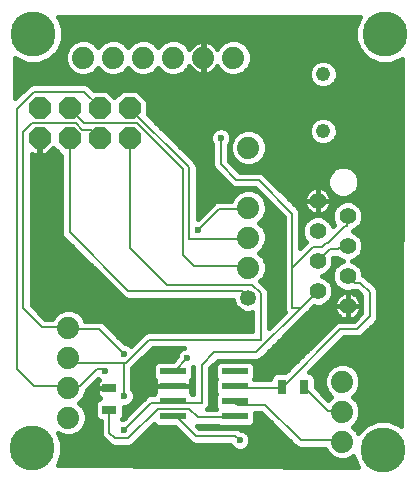
<source format=gbl>
G75*
G70*
%OFA0B0*%
%FSLAX24Y24*%
%IPPOS*%
%LPD*%
%AMOC8*
5,1,8,0,0,1.08239X$1,22.5*
%
%ADD10R,0.0870X0.0240*%
%ADD11C,0.0480*%
%ADD12R,0.0472X0.0315*%
%ADD13R,0.0315X0.0472*%
%ADD14C,0.0740*%
%ADD15C,0.0531*%
%ADD16OC8,0.0740*%
%ADD17C,0.0560*%
%ADD18C,0.0079*%
%ADD19C,0.0236*%
%ADD20C,0.0160*%
%ADD21C,0.0315*%
%ADD22C,0.1502*%
D10*
X009680Y006865D03*
X009680Y007365D03*
X009680Y007865D03*
X009680Y008365D03*
X011740Y008365D03*
X011740Y007865D03*
X011740Y007365D03*
X011740Y006865D03*
D11*
X014690Y016375D03*
X014690Y018275D03*
D12*
X007560Y007799D03*
X007560Y007091D03*
D13*
X013325Y007855D03*
X014034Y007855D03*
D14*
X015320Y008025D03*
X015320Y007025D03*
X015320Y006025D03*
X012190Y011825D03*
X012190Y012825D03*
X012190Y013825D03*
X012190Y015825D03*
X011690Y018825D03*
X010690Y018825D03*
X009690Y018825D03*
X008690Y018825D03*
X007690Y018825D03*
X006690Y018825D03*
X006190Y009825D03*
X006190Y008825D03*
X006190Y007825D03*
X006190Y006825D03*
D15*
X012190Y010825D03*
D16*
X008230Y016135D03*
X008230Y017135D03*
X007230Y017135D03*
X007230Y016135D03*
X006230Y016135D03*
X006230Y017135D03*
X005230Y017135D03*
X005230Y016135D03*
D17*
X014500Y014045D03*
X014500Y013045D03*
X014500Y012045D03*
X014500Y011045D03*
X015500Y010545D03*
X015500Y011545D03*
X015500Y012545D03*
X015500Y013545D03*
D18*
X015470Y013485D01*
X015470Y013205D01*
X015400Y013205D01*
X014840Y012645D01*
X014770Y012645D01*
X014630Y012505D01*
X014350Y012505D01*
X013720Y011875D01*
X013650Y011875D01*
X013650Y013625D01*
X012530Y014745D01*
X011789Y014745D01*
X011270Y015264D01*
X011270Y016145D01*
X010220Y015165D02*
X010220Y012785D01*
X012180Y012785D01*
X012190Y012825D01*
X012180Y013765D02*
X012190Y013825D01*
X012180Y013765D02*
X011200Y013765D01*
X010500Y013065D01*
X010010Y012247D02*
X010010Y015095D01*
X008470Y016635D01*
X006720Y016635D01*
X006230Y017125D01*
X006230Y017135D01*
X006440Y016635D02*
X004970Y016635D01*
X004690Y016355D01*
X004690Y010464D01*
X005309Y009845D01*
X006160Y009845D01*
X006190Y009825D01*
X006230Y009775D01*
X007210Y009775D01*
X008050Y008935D01*
X008050Y008655D02*
X008120Y008655D01*
X008890Y009425D01*
X012600Y009425D01*
X012600Y010965D01*
X012320Y011245D01*
X009483Y011245D01*
X008260Y012469D01*
X008260Y016075D01*
X008230Y016135D01*
X008260Y017125D02*
X008230Y017135D01*
X008260Y017125D02*
X010220Y015165D01*
X010010Y012247D02*
X010381Y011875D01*
X012180Y011875D01*
X012190Y011825D01*
X011970Y011035D02*
X008190Y011035D01*
X006230Y012995D01*
X006230Y016135D01*
X006650Y016425D02*
X006440Y016635D01*
X006650Y016425D02*
X006930Y016425D01*
X007210Y016145D01*
X007230Y016135D01*
X007230Y017135D02*
X007210Y017195D01*
X006720Y017685D01*
X005040Y017685D01*
X004480Y017125D01*
X004480Y008459D01*
X005054Y007885D01*
X006160Y007885D01*
X006190Y007825D01*
X006230Y007885D01*
X006580Y007885D01*
X007140Y008445D01*
X007350Y008445D01*
X007420Y008375D01*
X008050Y008655D02*
X008050Y007535D01*
X007560Y007091D02*
X007560Y006324D01*
X007748Y006135D01*
X008190Y006135D01*
X009170Y007115D01*
X010220Y007115D01*
X010500Y006835D01*
X011690Y006835D01*
X011740Y006865D01*
X011830Y007255D02*
X011760Y007325D01*
X011740Y007365D01*
X011830Y007255D02*
X012740Y007255D01*
X013930Y006065D01*
X015260Y006065D01*
X015320Y006025D01*
X015320Y007025D02*
X015260Y007045D01*
X014840Y007045D01*
X014070Y007815D01*
X014034Y007855D01*
X013370Y007885D02*
X013325Y007855D01*
X013300Y007815D01*
X011760Y007815D01*
X011740Y007865D01*
X010640Y008585D02*
X011060Y009005D01*
X012460Y009005D01*
X013930Y010475D01*
X013650Y010475D01*
X013650Y011805D01*
X013720Y011875D01*
X014500Y012045D02*
X014560Y012085D01*
X014910Y012435D01*
X015190Y012435D01*
X015260Y012505D01*
X015470Y012505D01*
X015500Y012545D01*
X015500Y011545D02*
X015540Y011525D01*
X015750Y011315D01*
X015927Y011315D01*
X016240Y011003D01*
X016240Y010195D01*
X015820Y009775D01*
X015260Y009775D01*
X013370Y007885D01*
X011760Y006205D02*
X011900Y006065D01*
X011760Y006205D02*
X010430Y006205D01*
X009800Y006835D01*
X009730Y006835D01*
X009680Y006865D01*
X009660Y007325D02*
X009680Y007365D01*
X009730Y007325D01*
X010640Y007325D01*
X010640Y008585D01*
X010150Y008795D02*
X009730Y008375D01*
X009680Y008365D01*
X009730Y007885D02*
X009730Y007865D01*
X009730Y007885D02*
X009680Y007865D01*
X009660Y007325D02*
X008960Y007325D01*
X008050Y006415D01*
X008050Y008655D02*
X006370Y008655D01*
X006230Y008795D01*
X006190Y008825D01*
X011970Y011035D02*
X012180Y010825D01*
X012190Y010825D01*
X013930Y010475D02*
X014500Y011045D01*
X008811Y018215D02*
X008820Y018245D01*
D19*
X011270Y016145D03*
X010500Y013065D03*
X008050Y008935D03*
X007420Y008375D03*
X008050Y007535D03*
X008050Y006415D03*
X010150Y008795D03*
X011900Y006065D03*
D20*
X011988Y005714D02*
X014788Y005714D01*
X014802Y005679D02*
X014974Y005508D01*
X015198Y005415D01*
X015441Y005415D01*
X015665Y005508D01*
X015693Y005536D01*
X015839Y005185D01*
X005836Y005246D01*
X005986Y005608D01*
X005986Y006002D01*
X005862Y006300D01*
X006068Y006215D01*
X006311Y006215D01*
X006535Y006308D01*
X006707Y006479D01*
X006799Y006704D01*
X006799Y006946D01*
X006707Y007171D01*
X006552Y007325D01*
X006707Y007479D01*
X006799Y007704D01*
X006799Y007710D01*
X006816Y007727D01*
X007189Y008099D01*
X007200Y008088D01*
X007179Y008067D01*
X007156Y008026D01*
X007143Y007981D01*
X007143Y007799D01*
X007143Y007618D01*
X007156Y007572D01*
X007179Y007531D01*
X007213Y007498D01*
X007249Y007477D01*
X007187Y007452D01*
X007120Y007384D01*
X007083Y007296D01*
X007083Y006885D01*
X007120Y006797D01*
X007187Y006730D01*
X007276Y006693D01*
X007280Y006693D01*
X007280Y006268D01*
X007323Y006165D01*
X007401Y006087D01*
X007590Y005898D01*
X007693Y005856D01*
X008245Y005856D01*
X008348Y005898D01*
X009050Y006600D01*
X009109Y006542D01*
X009197Y006505D01*
X009734Y006505D01*
X010271Y005968D01*
X010374Y005926D01*
X011570Y005926D01*
X011596Y005862D01*
X011697Y005761D01*
X011828Y005707D01*
X011971Y005707D01*
X012102Y005761D01*
X012203Y005862D01*
X012258Y005994D01*
X012258Y006136D01*
X012203Y006268D01*
X012102Y006369D01*
X011971Y006423D01*
X011936Y006423D01*
X011918Y006442D01*
X011815Y006484D01*
X010545Y006484D01*
X010474Y006556D01*
X011154Y006556D01*
X011169Y006542D01*
X011257Y006505D01*
X012222Y006505D01*
X012310Y006542D01*
X012378Y006609D01*
X012414Y006697D01*
X012414Y006976D01*
X012624Y006976D01*
X013693Y005907D01*
X013771Y005828D01*
X013874Y005786D01*
X014758Y005786D01*
X014802Y005679D01*
X014926Y005556D02*
X005964Y005556D01*
X005986Y005714D02*
X011811Y005714D01*
X011592Y005873D02*
X008286Y005873D01*
X008481Y006031D02*
X010208Y006031D01*
X010050Y006190D02*
X008639Y006190D01*
X008798Y006348D02*
X009891Y006348D01*
X010523Y006507D02*
X011253Y006507D01*
X011098Y007114D02*
X010824Y007114D01*
X010876Y007167D01*
X010919Y007269D01*
X010919Y008469D01*
X011175Y008726D01*
X012515Y008726D01*
X012618Y008768D01*
X012696Y008847D01*
X014088Y010238D01*
X014166Y010317D01*
X014381Y010531D01*
X014396Y010525D01*
X014603Y010525D01*
X014794Y010604D01*
X014940Y010750D01*
X015019Y010942D01*
X015019Y011148D01*
X014940Y011340D01*
X014794Y011486D01*
X014651Y011545D01*
X014794Y011604D01*
X014940Y011750D01*
X015019Y011942D01*
X015019Y012148D01*
X015019Y012149D01*
X015025Y012156D01*
X015153Y012156D01*
X015205Y012104D01*
X015348Y012045D01*
X015205Y011986D01*
X015059Y011840D01*
X014980Y011648D01*
X014980Y011442D01*
X015059Y011250D01*
X015205Y011104D01*
X015396Y011025D01*
X015603Y011025D01*
X015661Y011049D01*
X015694Y011036D01*
X015812Y011036D01*
X015960Y010887D01*
X015960Y010311D01*
X015704Y010054D01*
X015204Y010054D01*
X015101Y010012D01*
X013421Y008331D01*
X013120Y008331D01*
X013032Y008295D01*
X012964Y008227D01*
X012928Y008139D01*
X012928Y008094D01*
X012389Y008094D01*
X012380Y008115D01*
X012414Y008197D01*
X012414Y008533D01*
X012378Y008621D01*
X012310Y008688D01*
X012222Y008725D01*
X011257Y008725D01*
X011169Y008688D01*
X011101Y008621D01*
X011065Y008533D01*
X011065Y008197D01*
X011099Y008115D01*
X011065Y008033D01*
X011065Y007697D01*
X011099Y007615D01*
X011065Y007533D01*
X011065Y007197D01*
X011099Y007115D01*
X011098Y007114D01*
X011088Y007141D02*
X010850Y007141D01*
X010919Y007299D02*
X011065Y007299D01*
X011065Y007458D02*
X010919Y007458D01*
X010919Y007616D02*
X011098Y007616D01*
X011065Y007775D02*
X010919Y007775D01*
X010919Y007933D02*
X011065Y007933D01*
X011089Y008092D02*
X010919Y008092D01*
X010919Y008250D02*
X011065Y008250D01*
X011065Y008409D02*
X010919Y008409D01*
X011017Y008567D02*
X011079Y008567D01*
X011175Y008726D02*
X013815Y008726D01*
X013973Y008884D02*
X012734Y008884D01*
X012892Y009043D02*
X014132Y009043D01*
X014290Y009201D02*
X013051Y009201D01*
X013209Y009360D02*
X014449Y009360D01*
X014607Y009518D02*
X013368Y009518D01*
X013526Y009677D02*
X014766Y009677D01*
X014924Y009835D02*
X013685Y009835D01*
X013843Y009994D02*
X015083Y009994D01*
X015200Y010194D02*
X015149Y010245D01*
X015106Y010304D01*
X015073Y010368D01*
X015051Y010437D01*
X015040Y010509D01*
X015040Y010545D01*
X015499Y010545D01*
X015499Y010545D01*
X015039Y010545D01*
X015040Y010581D01*
X015051Y010653D01*
X015073Y010722D01*
X015106Y010786D01*
X014955Y010786D01*
X015106Y010786D02*
X015149Y010845D01*
X015200Y010896D01*
X015258Y010938D01*
X015323Y010971D01*
X015392Y010994D01*
X015463Y011005D01*
X015499Y011005D01*
X015499Y010545D01*
X015500Y010545D01*
X015959Y010545D01*
X015959Y010581D01*
X015948Y010653D01*
X015926Y010722D01*
X015893Y010786D01*
X015960Y010786D01*
X015893Y010786D02*
X015850Y010845D01*
X015799Y010896D01*
X015741Y010938D01*
X015676Y010971D01*
X015607Y010994D01*
X015536Y011005D01*
X015500Y011005D01*
X015500Y010545D01*
X015500Y010545D01*
X015959Y010545D01*
X015959Y010509D01*
X015948Y010437D01*
X015926Y010368D01*
X015893Y010304D01*
X015850Y010245D01*
X015799Y010194D01*
X015741Y010152D01*
X015801Y010152D01*
X015741Y010152D02*
X015676Y010119D01*
X015607Y010096D01*
X015536Y010085D01*
X015500Y010085D01*
X015500Y010545D01*
X015499Y010545D01*
X015499Y010085D01*
X015463Y010085D01*
X015392Y010096D01*
X015323Y010119D01*
X015258Y010152D01*
X014002Y010152D01*
X014088Y010238D02*
X014088Y010238D01*
X014160Y010311D02*
X015103Y010311D01*
X015200Y010194D02*
X015258Y010152D01*
X015499Y010152D02*
X015500Y010152D01*
X015499Y010311D02*
X015500Y010311D01*
X015499Y010469D02*
X015500Y010469D01*
X015499Y010628D02*
X015500Y010628D01*
X015499Y010786D02*
X015500Y010786D01*
X015499Y010945D02*
X015500Y010945D01*
X015270Y010945D02*
X015019Y010945D01*
X015019Y011103D02*
X015208Y011103D01*
X015054Y011262D02*
X014973Y011262D01*
X014988Y011420D02*
X014860Y011420D01*
X014980Y011579D02*
X014732Y011579D01*
X014927Y011737D02*
X015016Y011737D01*
X015000Y011896D02*
X015115Y011896D01*
X015019Y012054D02*
X015326Y012054D01*
X015651Y012045D02*
X015794Y012104D01*
X015940Y012250D01*
X016019Y012442D01*
X016019Y012648D01*
X015940Y012840D01*
X015794Y012986D01*
X015689Y013029D01*
X015706Y013047D01*
X015717Y013072D01*
X015794Y013104D01*
X015940Y013250D01*
X016019Y013442D01*
X016019Y013648D01*
X015940Y013840D01*
X015794Y013986D01*
X015603Y014065D01*
X015396Y014065D01*
X015205Y013986D01*
X015059Y013840D01*
X014980Y013648D01*
X014980Y013442D01*
X015056Y013257D01*
X014999Y013199D01*
X014940Y013340D01*
X014794Y013486D01*
X014603Y013565D01*
X014396Y013565D01*
X014205Y013486D01*
X014059Y013340D01*
X013980Y013148D01*
X013980Y012942D01*
X014059Y012750D01*
X014129Y012680D01*
X013929Y012479D01*
X013929Y013681D01*
X013886Y013783D01*
X013808Y013862D01*
X012688Y014982D01*
X012585Y015024D01*
X011904Y015024D01*
X011549Y015380D01*
X011549Y015918D01*
X011573Y015942D01*
X011628Y016074D01*
X011628Y016216D01*
X011573Y016348D01*
X011472Y016449D01*
X011341Y016503D01*
X011198Y016503D01*
X011067Y016449D01*
X010966Y016348D01*
X010911Y016216D01*
X010911Y016074D01*
X010966Y015942D01*
X010990Y015918D01*
X010990Y015209D01*
X011033Y015106D01*
X011111Y015027D01*
X011630Y014508D01*
X011733Y014466D01*
X012414Y014466D01*
X013370Y013509D01*
X013370Y010419D01*
X013402Y010343D01*
X012879Y009819D01*
X012879Y011021D01*
X012836Y011123D01*
X012758Y011202D01*
X012593Y011366D01*
X012707Y011479D01*
X012799Y011704D01*
X012799Y011946D01*
X012707Y012171D01*
X012552Y012325D01*
X012707Y012479D01*
X012799Y012704D01*
X012799Y012946D01*
X012707Y013171D01*
X012552Y013325D01*
X012707Y013479D01*
X012799Y013704D01*
X012799Y013946D01*
X012707Y014171D01*
X012535Y014342D01*
X012311Y014435D01*
X012068Y014435D01*
X011844Y014342D01*
X011672Y014171D01*
X011620Y014044D01*
X011144Y014044D01*
X011041Y014002D01*
X010963Y013923D01*
X010499Y013459D01*
X010499Y015221D01*
X010456Y015323D01*
X010378Y015402D01*
X008839Y016940D01*
X008839Y017388D01*
X008482Y017745D01*
X007977Y017745D01*
X007729Y017498D01*
X007482Y017745D01*
X007055Y017745D01*
X006956Y017843D01*
X006878Y017922D01*
X006775Y017964D01*
X004984Y017964D01*
X004881Y017922D01*
X004426Y017467D01*
X004428Y018810D01*
X004463Y018775D01*
X004827Y018624D01*
X005222Y018624D01*
X005586Y018775D01*
X005865Y019054D01*
X006016Y019418D01*
X006016Y019812D01*
X005865Y020176D01*
X005853Y020189D01*
X015910Y020182D01*
X015904Y020176D01*
X015753Y019812D01*
X015753Y019418D01*
X015904Y019054D01*
X016183Y018775D01*
X016547Y018624D01*
X016942Y018624D01*
X017306Y018775D01*
X017314Y018783D01*
X017275Y006551D01*
X017241Y006585D01*
X016877Y006736D01*
X016482Y006736D01*
X016118Y006585D01*
X015856Y006323D01*
X015837Y006371D01*
X015682Y006525D01*
X015837Y006679D01*
X015929Y006904D01*
X015929Y007146D01*
X015837Y007371D01*
X015682Y007525D01*
X015837Y007679D01*
X015929Y007904D01*
X015929Y008146D01*
X015837Y008371D01*
X015665Y008542D01*
X015441Y008635D01*
X015198Y008635D01*
X014974Y008542D01*
X014802Y008371D01*
X014710Y008146D01*
X014710Y007904D01*
X014802Y007679D01*
X014957Y007525D01*
X014856Y007424D01*
X014431Y007848D01*
X014431Y008139D01*
X014395Y008227D01*
X014327Y008295D01*
X014239Y008331D01*
X014211Y008331D01*
X015375Y009496D01*
X015875Y009496D01*
X015978Y009538D01*
X016398Y009958D01*
X016476Y010037D01*
X016519Y010139D01*
X016519Y011058D01*
X016476Y011161D01*
X016398Y011240D01*
X016086Y011552D01*
X016019Y011579D01*
X016019Y011648D01*
X015940Y011840D01*
X015794Y011986D01*
X015651Y012045D01*
X015673Y012054D02*
X017293Y012054D01*
X017292Y011896D02*
X015884Y011896D01*
X015983Y011737D02*
X017292Y011737D01*
X017291Y011579D02*
X016021Y011579D01*
X016217Y011420D02*
X017291Y011420D01*
X017290Y011262D02*
X016376Y011262D01*
X016500Y011103D02*
X017289Y011103D01*
X017289Y010945D02*
X016519Y010945D01*
X016519Y010786D02*
X017288Y010786D01*
X017288Y010628D02*
X016519Y010628D01*
X016519Y010469D02*
X017287Y010469D01*
X017287Y010311D02*
X016519Y010311D01*
X016519Y010152D02*
X017286Y010152D01*
X017286Y009994D02*
X016433Y009994D01*
X016398Y009958D02*
X016398Y009958D01*
X016275Y009835D02*
X017285Y009835D01*
X017285Y009677D02*
X016116Y009677D01*
X015929Y009518D02*
X017284Y009518D01*
X017284Y009360D02*
X015239Y009360D01*
X015081Y009201D02*
X017283Y009201D01*
X017283Y009043D02*
X014922Y009043D01*
X014764Y008884D02*
X017282Y008884D01*
X017282Y008726D02*
X014605Y008726D01*
X014447Y008567D02*
X015034Y008567D01*
X014840Y008409D02*
X014288Y008409D01*
X014372Y008250D02*
X014752Y008250D01*
X014710Y008092D02*
X014431Y008092D01*
X014431Y007933D02*
X014710Y007933D01*
X014763Y007775D02*
X014505Y007775D01*
X014664Y007616D02*
X014866Y007616D01*
X014889Y007458D02*
X014822Y007458D01*
X015701Y006507D02*
X016039Y006507D01*
X015881Y006348D02*
X015846Y006348D01*
X015822Y006665D02*
X016311Y006665D01*
X015929Y006982D02*
X017276Y006982D01*
X017276Y006824D02*
X015896Y006824D01*
X015929Y007141D02*
X017277Y007141D01*
X017277Y007299D02*
X015866Y007299D01*
X015750Y007458D02*
X017278Y007458D01*
X017278Y007616D02*
X015773Y007616D01*
X015876Y007775D02*
X017279Y007775D01*
X017279Y007933D02*
X015929Y007933D01*
X015929Y008092D02*
X017280Y008092D01*
X017280Y008250D02*
X015887Y008250D01*
X015799Y008409D02*
X017281Y008409D01*
X017281Y008567D02*
X015605Y008567D01*
X015896Y010311D02*
X015960Y010311D01*
X015953Y010469D02*
X015960Y010469D01*
X015952Y010628D02*
X015960Y010628D01*
X015903Y010945D02*
X015729Y010945D01*
X015047Y010628D02*
X014817Y010628D01*
X015046Y010469D02*
X014319Y010469D01*
X014166Y010317D02*
X014166Y010317D01*
X013370Y010311D02*
X012879Y010311D01*
X012879Y010469D02*
X013370Y010469D01*
X013370Y010628D02*
X012879Y010628D01*
X012879Y010786D02*
X013370Y010786D01*
X013370Y010945D02*
X012879Y010945D01*
X012845Y011103D02*
X013370Y011103D01*
X013370Y011262D02*
X012698Y011262D01*
X012647Y011420D02*
X013370Y011420D01*
X013370Y011579D02*
X012748Y011579D01*
X012799Y011737D02*
X013370Y011737D01*
X013370Y011896D02*
X012799Y011896D01*
X012755Y012054D02*
X013370Y012054D01*
X013370Y012213D02*
X012665Y012213D01*
X012598Y012371D02*
X013370Y012371D01*
X013370Y012530D02*
X012727Y012530D01*
X012793Y012688D02*
X013370Y012688D01*
X013370Y012847D02*
X012799Y012847D01*
X012775Y013005D02*
X013370Y013005D01*
X013370Y013164D02*
X012710Y013164D01*
X012555Y013322D02*
X013370Y013322D01*
X013370Y013481D02*
X012707Y013481D01*
X012773Y013639D02*
X013240Y013639D01*
X013082Y013798D02*
X012799Y013798D01*
X012795Y013956D02*
X012923Y013956D01*
X012765Y014115D02*
X012730Y014115D01*
X012606Y014273D02*
X012604Y014273D01*
X012448Y014432D02*
X012319Y014432D01*
X012060Y014432D02*
X010499Y014432D01*
X010499Y014590D02*
X011549Y014590D01*
X011390Y014749D02*
X010499Y014749D01*
X010499Y014907D02*
X011232Y014907D01*
X011073Y015066D02*
X010499Y015066D01*
X010497Y015224D02*
X010990Y015224D01*
X010990Y015383D02*
X010397Y015383D01*
X010239Y015541D02*
X010990Y015541D01*
X010990Y015700D02*
X010080Y015700D01*
X009922Y015858D02*
X010990Y015858D01*
X010935Y016017D02*
X009763Y016017D01*
X009605Y016175D02*
X010911Y016175D01*
X010960Y016334D02*
X009446Y016334D01*
X009288Y016492D02*
X011172Y016492D01*
X011367Y016492D02*
X014218Y016492D01*
X014210Y016470D02*
X014210Y016280D01*
X014283Y016103D01*
X014418Y015968D01*
X014594Y015895D01*
X014785Y015895D01*
X014961Y015968D01*
X015096Y016103D01*
X015169Y016280D01*
X015169Y016470D01*
X015096Y016647D01*
X014961Y016782D01*
X014785Y016855D01*
X014594Y016855D01*
X014418Y016782D01*
X014283Y016647D01*
X014210Y016470D01*
X014210Y016334D02*
X012544Y016334D01*
X012535Y016342D02*
X012311Y016435D01*
X012068Y016435D01*
X011844Y016342D01*
X011672Y016171D01*
X011580Y015946D01*
X011580Y015704D01*
X011672Y015479D01*
X011844Y015308D01*
X012068Y015215D01*
X012311Y015215D01*
X012535Y015308D01*
X012707Y015479D01*
X012799Y015704D01*
X012799Y015946D01*
X012707Y016171D01*
X012535Y016342D01*
X012702Y016175D02*
X014253Y016175D01*
X014369Y016017D02*
X012770Y016017D01*
X012799Y015858D02*
X017305Y015858D01*
X017304Y015700D02*
X012798Y015700D01*
X012732Y015541D02*
X017304Y015541D01*
X017303Y015383D02*
X012610Y015383D01*
X012333Y015224D02*
X017303Y015224D01*
X017302Y015066D02*
X015730Y015066D01*
X015659Y015137D02*
X015810Y014986D01*
X015891Y014789D01*
X015891Y014576D01*
X015810Y014380D01*
X015659Y014229D01*
X015462Y014148D01*
X015249Y014148D01*
X015053Y014229D01*
X014902Y014380D01*
X014821Y014576D01*
X014821Y014789D01*
X014902Y014986D01*
X015053Y015137D01*
X015249Y015218D01*
X015462Y015218D01*
X015659Y015137D01*
X015842Y014907D02*
X017302Y014907D01*
X017301Y014749D02*
X015891Y014749D01*
X015891Y014590D02*
X017301Y014590D01*
X017300Y014432D02*
X015831Y014432D01*
X015703Y014273D02*
X017300Y014273D01*
X017299Y014115D02*
X014954Y014115D01*
X014959Y014081D02*
X014948Y014153D01*
X014926Y014222D01*
X014893Y014286D01*
X014850Y014345D01*
X014799Y014396D01*
X014741Y014438D01*
X014676Y014471D01*
X014607Y014494D01*
X014536Y014505D01*
X014500Y014505D01*
X014500Y014045D01*
X014959Y014045D01*
X014959Y014081D01*
X014959Y014045D02*
X014500Y014045D01*
X014500Y014045D01*
X014499Y014045D01*
X014040Y014045D01*
X014040Y014009D01*
X014051Y013937D01*
X014073Y013868D01*
X014106Y013804D01*
X014149Y013745D01*
X014200Y013694D01*
X014258Y013652D01*
X014323Y013619D01*
X014392Y013596D01*
X014463Y013585D01*
X014499Y013585D01*
X014499Y014045D01*
X014499Y014045D01*
X014039Y014045D01*
X014040Y014081D01*
X014051Y014153D01*
X014073Y014222D01*
X014106Y014286D01*
X014149Y014345D01*
X014200Y014396D01*
X014258Y014438D01*
X014323Y014471D01*
X014392Y014494D01*
X014463Y014505D01*
X014499Y014505D01*
X014499Y014045D01*
X014500Y014045D01*
X014500Y013585D01*
X014536Y013585D01*
X014607Y013596D01*
X014676Y013619D01*
X014741Y013652D01*
X014799Y013694D01*
X014850Y013745D01*
X014893Y013804D01*
X014926Y013868D01*
X014948Y013937D01*
X014959Y014009D01*
X014959Y014045D01*
X014951Y013956D02*
X015175Y013956D01*
X015041Y013798D02*
X014888Y013798D01*
X014980Y013639D02*
X014716Y013639D01*
X014799Y013481D02*
X014980Y013481D01*
X014948Y013322D02*
X015029Y013322D01*
X014500Y013639D02*
X014499Y013639D01*
X014499Y013798D02*
X014500Y013798D01*
X014499Y013956D02*
X014500Y013956D01*
X014499Y014115D02*
X014500Y014115D01*
X014499Y014273D02*
X014500Y014273D01*
X014499Y014432D02*
X014500Y014432D01*
X014750Y014432D02*
X014881Y014432D01*
X014900Y014273D02*
X015009Y014273D01*
X014821Y014590D02*
X013080Y014590D01*
X013238Y014432D02*
X014249Y014432D01*
X014099Y014273D02*
X013397Y014273D01*
X013555Y014115D02*
X014045Y014115D01*
X014048Y013956D02*
X013714Y013956D01*
X013872Y013798D02*
X014111Y013798D01*
X014283Y013639D02*
X013929Y013639D01*
X013929Y013481D02*
X014200Y013481D01*
X014051Y013322D02*
X013929Y013322D01*
X013929Y013164D02*
X013986Y013164D01*
X013980Y013005D02*
X013929Y013005D01*
X013929Y012847D02*
X014019Y012847D01*
X013929Y012688D02*
X014121Y012688D01*
X013979Y012530D02*
X013929Y012530D01*
X012320Y010332D02*
X012320Y009704D01*
X008834Y009704D01*
X008731Y009662D01*
X008280Y009211D01*
X008252Y009239D01*
X008121Y009293D01*
X008086Y009293D01*
X007446Y009933D01*
X007368Y010012D01*
X007265Y010054D01*
X006755Y010054D01*
X006707Y010171D01*
X006535Y010342D01*
X006311Y010435D01*
X006068Y010435D01*
X005844Y010342D01*
X005672Y010171D01*
X005653Y010124D01*
X005424Y010124D01*
X004969Y010580D01*
X004969Y015618D01*
X005002Y015585D01*
X005209Y015585D01*
X005209Y016115D01*
X005250Y016115D01*
X005250Y015585D01*
X005457Y015585D01*
X005687Y015815D01*
X005950Y015552D01*
X005950Y012939D01*
X005993Y012837D01*
X006071Y012758D01*
X008031Y010798D01*
X008134Y010756D01*
X011684Y010756D01*
X011684Y010724D01*
X011761Y010539D01*
X011903Y010396D01*
X012089Y010319D01*
X012290Y010319D01*
X012320Y010332D01*
X012320Y010311D02*
X006567Y010311D01*
X006714Y010152D02*
X012320Y010152D01*
X012320Y009994D02*
X007386Y009994D01*
X007545Y009835D02*
X012320Y009835D01*
X011830Y010469D02*
X005080Y010469D01*
X004969Y010628D02*
X011724Y010628D01*
X012879Y010152D02*
X013211Y010152D01*
X013053Y009994D02*
X012879Y009994D01*
X012879Y009835D02*
X012894Y009835D01*
X012400Y008567D02*
X013656Y008567D01*
X013498Y008409D02*
X012414Y008409D01*
X012414Y008250D02*
X012987Y008250D01*
X012776Y006824D02*
X012414Y006824D01*
X012401Y006665D02*
X012934Y006665D01*
X013093Y006507D02*
X012226Y006507D01*
X012123Y006348D02*
X013251Y006348D01*
X013410Y006190D02*
X012236Y006190D01*
X012258Y006031D02*
X013568Y006031D01*
X013727Y005873D02*
X012207Y005873D01*
X010360Y007604D02*
X010360Y008499D01*
X010354Y008494D01*
X010354Y008197D01*
X010318Y008109D01*
X010275Y008066D01*
X010282Y008054D01*
X010294Y008009D01*
X010294Y007865D01*
X009680Y007865D01*
X009680Y007865D01*
X010294Y007865D01*
X010294Y007721D01*
X010282Y007676D01*
X010275Y007664D01*
X010318Y007621D01*
X010325Y007604D01*
X010360Y007604D01*
X010360Y007616D02*
X010320Y007616D01*
X010294Y007775D02*
X010360Y007775D01*
X010360Y007933D02*
X010294Y007933D01*
X010300Y008092D02*
X010360Y008092D01*
X010354Y008250D02*
X010360Y008250D01*
X010354Y008409D02*
X010360Y008409D01*
X009791Y008866D02*
X009846Y008998D01*
X009947Y009099D01*
X010060Y009146D01*
X009005Y009146D01*
X008356Y008497D01*
X008329Y008469D01*
X008329Y007762D01*
X008353Y007738D01*
X008408Y007606D01*
X008408Y007464D01*
X008353Y007332D01*
X008252Y007231D01*
X008121Y007177D01*
X008036Y007177D01*
X008036Y006885D01*
X007999Y006797D01*
X007973Y006771D01*
X007978Y006773D01*
X008013Y006773D01*
X008723Y007483D01*
X008801Y007562D01*
X008904Y007604D01*
X009034Y007604D01*
X009041Y007621D01*
X009084Y007664D01*
X009077Y007676D01*
X009065Y007721D01*
X009065Y007865D01*
X009679Y007865D01*
X009679Y007865D01*
X009064Y007865D01*
X009065Y008009D01*
X009077Y008054D01*
X009084Y008066D01*
X009041Y008109D01*
X009005Y008197D01*
X009005Y008533D01*
X009041Y008621D01*
X009109Y008688D01*
X009197Y008725D01*
X009684Y008725D01*
X009791Y008832D01*
X009791Y008866D01*
X009799Y008884D02*
X008744Y008884D01*
X008902Y009043D02*
X009891Y009043D01*
X009685Y008726D02*
X008585Y008726D01*
X008427Y008567D02*
X009019Y008567D01*
X009005Y008409D02*
X008329Y008409D01*
X008329Y008250D02*
X009005Y008250D01*
X009059Y008092D02*
X008329Y008092D01*
X008329Y007933D02*
X009065Y007933D01*
X009065Y007775D02*
X008329Y007775D01*
X008404Y007616D02*
X009039Y007616D01*
X008697Y007458D02*
X008405Y007458D01*
X008320Y007299D02*
X008538Y007299D01*
X008380Y007141D02*
X008036Y007141D01*
X008036Y006982D02*
X008221Y006982D01*
X008063Y006824D02*
X008010Y006824D01*
X007280Y006665D02*
X006783Y006665D01*
X006799Y006824D02*
X007109Y006824D01*
X007083Y006982D02*
X006785Y006982D01*
X006719Y007141D02*
X007083Y007141D01*
X007085Y007299D02*
X006578Y007299D01*
X006685Y007458D02*
X007202Y007458D01*
X007144Y007616D02*
X006763Y007616D01*
X006864Y007775D02*
X007143Y007775D01*
X007143Y007799D02*
X007559Y007799D01*
X007559Y007799D01*
X007143Y007799D01*
X007143Y007933D02*
X007023Y007933D01*
X007181Y008092D02*
X007197Y008092D01*
X008020Y009360D02*
X008429Y009360D01*
X008587Y009518D02*
X007862Y009518D01*
X007703Y009677D02*
X008767Y009677D01*
X008061Y010786D02*
X004969Y010786D01*
X004969Y010945D02*
X007885Y010945D01*
X007726Y011103D02*
X004969Y011103D01*
X004969Y011262D02*
X007568Y011262D01*
X007409Y011420D02*
X004969Y011420D01*
X004969Y011579D02*
X007251Y011579D01*
X007092Y011737D02*
X004969Y011737D01*
X004969Y011896D02*
X006934Y011896D01*
X006775Y012054D02*
X004969Y012054D01*
X004969Y012213D02*
X006617Y012213D01*
X006458Y012371D02*
X004969Y012371D01*
X004969Y012530D02*
X006300Y012530D01*
X006141Y012688D02*
X004969Y012688D01*
X004969Y012847D02*
X005989Y012847D01*
X005950Y013005D02*
X004969Y013005D01*
X004969Y013164D02*
X005950Y013164D01*
X005950Y013322D02*
X004969Y013322D01*
X004969Y013481D02*
X005950Y013481D01*
X005950Y013639D02*
X004969Y013639D01*
X004969Y013798D02*
X005950Y013798D01*
X005950Y013956D02*
X004969Y013956D01*
X004969Y014115D02*
X005950Y014115D01*
X005950Y014273D02*
X004969Y014273D01*
X004969Y014432D02*
X005950Y014432D01*
X005950Y014590D02*
X004969Y014590D01*
X004969Y014749D02*
X005950Y014749D01*
X005950Y014907D02*
X004969Y014907D01*
X004969Y015066D02*
X005950Y015066D01*
X005950Y015224D02*
X004969Y015224D01*
X004969Y015383D02*
X005950Y015383D01*
X005950Y015541D02*
X004969Y015541D01*
X005209Y015700D02*
X005250Y015700D01*
X005250Y015858D02*
X005209Y015858D01*
X005209Y016017D02*
X005250Y016017D01*
X005572Y015700D02*
X005802Y015700D01*
X004561Y017602D02*
X004427Y017602D01*
X004427Y017760D02*
X004719Y017760D01*
X004878Y017919D02*
X004427Y017919D01*
X004427Y018077D02*
X014252Y018077D01*
X014283Y018003D02*
X014210Y018180D01*
X014210Y018370D01*
X014283Y018547D01*
X014418Y018682D01*
X014594Y018755D01*
X014785Y018755D01*
X014961Y018682D01*
X015096Y018547D01*
X015169Y018370D01*
X015169Y018180D01*
X015096Y018003D01*
X014961Y017868D01*
X014785Y017795D01*
X014594Y017795D01*
X014418Y017868D01*
X014283Y018003D01*
X014367Y017919D02*
X006881Y017919D01*
X007040Y017760D02*
X017311Y017760D01*
X017310Y017602D02*
X008626Y017602D01*
X008784Y017443D02*
X017310Y017443D01*
X017309Y017285D02*
X008839Y017285D01*
X008839Y017126D02*
X017309Y017126D01*
X017308Y016968D02*
X008839Y016968D01*
X008971Y016809D02*
X014483Y016809D01*
X014286Y016651D02*
X009129Y016651D01*
X008811Y018215D02*
X008568Y018215D01*
X008344Y018308D01*
X008190Y018462D01*
X008035Y018308D01*
X007811Y018215D01*
X007568Y018215D01*
X007344Y018308D01*
X007190Y018462D01*
X007035Y018308D01*
X006811Y018215D01*
X006568Y018215D01*
X006344Y018308D01*
X006172Y018479D01*
X006080Y018704D01*
X006080Y018946D01*
X006172Y019171D01*
X006344Y019342D01*
X006568Y019435D01*
X006811Y019435D01*
X007035Y019342D01*
X007190Y019188D01*
X007344Y019342D01*
X007568Y019435D01*
X007811Y019435D01*
X008035Y019342D01*
X008190Y019188D01*
X008344Y019342D01*
X008568Y019435D01*
X008811Y019435D01*
X009035Y019342D01*
X009190Y019188D01*
X009344Y019342D01*
X009568Y019435D01*
X009811Y019435D01*
X010035Y019342D01*
X010207Y019171D01*
X010226Y019123D01*
X010270Y019183D01*
X010331Y019245D01*
X010401Y019295D01*
X010478Y019335D01*
X010561Y019361D01*
X010646Y019375D01*
X010669Y019375D01*
X010669Y018845D01*
X010710Y018845D01*
X010710Y019375D01*
X010733Y019375D01*
X010818Y019361D01*
X010901Y019335D01*
X010978Y019295D01*
X011048Y019245D01*
X011109Y019183D01*
X011153Y019123D01*
X011172Y019171D01*
X011344Y019342D01*
X011568Y019435D01*
X011811Y019435D01*
X012035Y019342D01*
X012207Y019171D01*
X012299Y018946D01*
X012299Y018704D01*
X012207Y018479D01*
X012035Y018308D01*
X011811Y018215D01*
X011568Y018215D01*
X011344Y018308D01*
X011172Y018479D01*
X011153Y018527D01*
X011109Y018467D01*
X011048Y018405D01*
X010978Y018355D01*
X010901Y018315D01*
X010818Y018289D01*
X010733Y018275D01*
X010710Y018275D01*
X010710Y018805D01*
X010669Y018805D01*
X010669Y018275D01*
X010646Y018275D01*
X010561Y018289D01*
X010478Y018315D01*
X010401Y018355D01*
X010331Y018405D01*
X010270Y018467D01*
X010226Y018527D01*
X010207Y018479D01*
X010035Y018308D01*
X009811Y018215D01*
X009568Y018215D01*
X009344Y018308D01*
X009190Y018462D01*
X009035Y018308D01*
X008811Y018215D01*
X008860Y018236D02*
X009519Y018236D01*
X009258Y018394D02*
X009121Y018394D01*
X008519Y018236D02*
X007860Y018236D01*
X007519Y018236D02*
X006860Y018236D01*
X007121Y018394D02*
X007258Y018394D01*
X006519Y018236D02*
X004427Y018236D01*
X004427Y018394D02*
X006258Y018394D01*
X006142Y018553D02*
X004428Y018553D01*
X004428Y018711D02*
X004617Y018711D01*
X005432Y018711D02*
X006080Y018711D01*
X006080Y018870D02*
X005681Y018870D01*
X005839Y019028D02*
X006113Y019028D01*
X006188Y019187D02*
X005920Y019187D01*
X005986Y019345D02*
X006351Y019345D01*
X006016Y019504D02*
X015753Y019504D01*
X015753Y019662D02*
X006016Y019662D01*
X006012Y019821D02*
X015757Y019821D01*
X015822Y019979D02*
X005947Y019979D01*
X005881Y020138D02*
X015888Y020138D01*
X015783Y019345D02*
X012028Y019345D01*
X012191Y019187D02*
X015849Y019187D01*
X015930Y019028D02*
X012266Y019028D01*
X012299Y018870D02*
X016088Y018870D01*
X016337Y018711D02*
X014891Y018711D01*
X015091Y018553D02*
X017314Y018553D01*
X017314Y018711D02*
X017152Y018711D01*
X017313Y018394D02*
X015160Y018394D01*
X015169Y018236D02*
X017313Y018236D01*
X017312Y018077D02*
X015127Y018077D01*
X015012Y017919D02*
X017311Y017919D01*
X017308Y016809D02*
X014896Y016809D01*
X015093Y016651D02*
X017307Y016651D01*
X017307Y016492D02*
X015161Y016492D01*
X015169Y016334D02*
X017306Y016334D01*
X017306Y016175D02*
X015126Y016175D01*
X015010Y016017D02*
X017305Y016017D01*
X017299Y013956D02*
X015824Y013956D01*
X015958Y013798D02*
X017298Y013798D01*
X017298Y013639D02*
X016019Y013639D01*
X016019Y013481D02*
X017297Y013481D01*
X017297Y013322D02*
X015970Y013322D01*
X015853Y013164D02*
X017296Y013164D01*
X017296Y013005D02*
X015748Y013005D01*
X015933Y012847D02*
X017295Y012847D01*
X017295Y012688D02*
X016003Y012688D01*
X016019Y012530D02*
X017294Y012530D01*
X017294Y012371D02*
X015990Y012371D01*
X015902Y012213D02*
X017293Y012213D01*
X014869Y014907D02*
X012763Y014907D01*
X012921Y014749D02*
X014821Y014749D01*
X014982Y015066D02*
X011863Y015066D01*
X011705Y015224D02*
X012046Y015224D01*
X011769Y015383D02*
X011549Y015383D01*
X011549Y015541D02*
X011647Y015541D01*
X011581Y015700D02*
X011549Y015700D01*
X011549Y015858D02*
X011580Y015858D01*
X011604Y016017D02*
X011609Y016017D01*
X011628Y016175D02*
X011677Y016175D01*
X011579Y016334D02*
X011835Y016334D01*
X011860Y018236D02*
X014210Y018236D01*
X014219Y018394D02*
X012121Y018394D01*
X012237Y018553D02*
X014288Y018553D01*
X014488Y018711D02*
X012299Y018711D01*
X011519Y018236D02*
X009860Y018236D01*
X010121Y018394D02*
X010347Y018394D01*
X010669Y018394D02*
X010710Y018394D01*
X010710Y018553D02*
X010669Y018553D01*
X010669Y018711D02*
X010710Y018711D01*
X010710Y018870D02*
X010669Y018870D01*
X010669Y019028D02*
X010710Y019028D01*
X010710Y019187D02*
X010669Y019187D01*
X010669Y019345D02*
X010710Y019345D01*
X010869Y019345D02*
X011351Y019345D01*
X011188Y019187D02*
X011106Y019187D01*
X010510Y019345D02*
X010028Y019345D01*
X010191Y019187D02*
X010273Y019187D01*
X011032Y018394D02*
X011258Y018394D01*
X009351Y019345D02*
X009028Y019345D01*
X008351Y019345D02*
X008028Y019345D01*
X007351Y019345D02*
X007028Y019345D01*
X008121Y018394D02*
X008258Y018394D01*
X007833Y017602D02*
X007626Y017602D01*
X010499Y014273D02*
X011775Y014273D01*
X011649Y014115D02*
X010499Y014115D01*
X010499Y013956D02*
X010995Y013956D01*
X010837Y013798D02*
X010499Y013798D01*
X010499Y013639D02*
X010678Y013639D01*
X010520Y013481D02*
X010499Y013481D01*
X005812Y010311D02*
X005238Y010311D01*
X005397Y010152D02*
X005665Y010152D01*
X006718Y006507D02*
X007280Y006507D01*
X007280Y006348D02*
X006575Y006348D01*
X005974Y006031D02*
X007457Y006031D01*
X007313Y006190D02*
X005908Y006190D01*
X005986Y005873D02*
X007652Y005873D01*
X007105Y005239D02*
X015816Y005239D01*
X015751Y005397D02*
X005898Y005397D01*
X008956Y006507D02*
X009193Y006507D01*
X017048Y006665D02*
X017275Y006665D01*
D21*
X007015Y007545D03*
D22*
X004995Y005805D03*
X016680Y005745D03*
X016745Y019615D03*
X005025Y019615D03*
M02*

</source>
